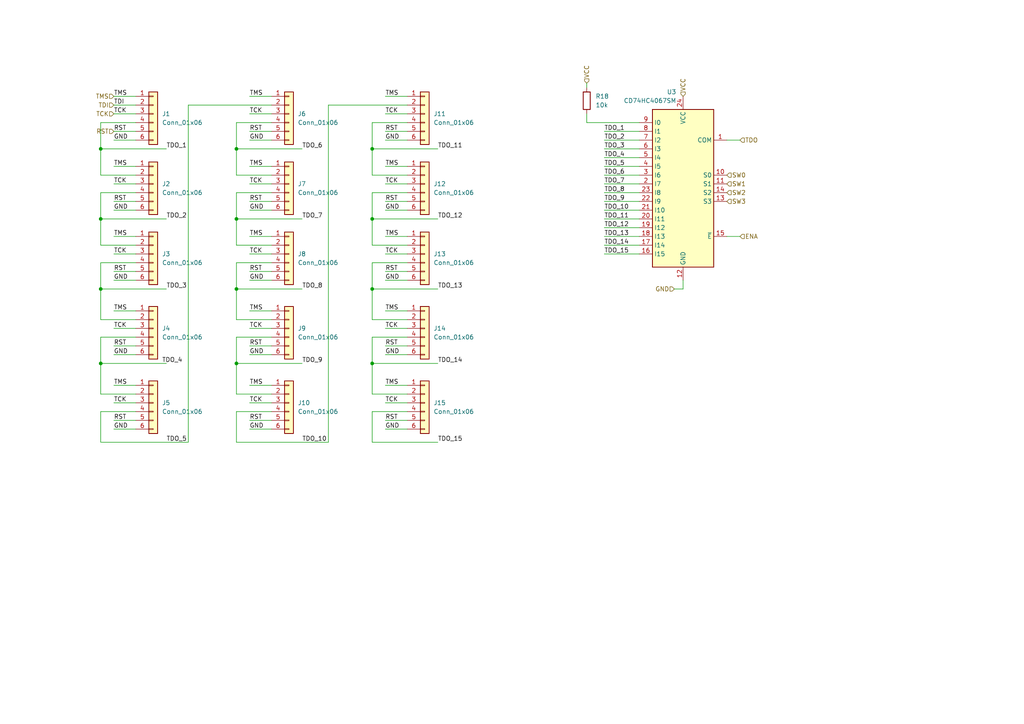
<source format=kicad_sch>
(kicad_sch (version 20230121) (generator eeschema)
  (paper "A4")
  (lib_symbols
    (symbol "74xx:CD74HC4067SM"
      (property "Reference" "U" (at -8.89 22.86 0))
      (property "Value" "CD74HC4067SM" (at 1.27 22.86 0))
      (symbol "CD74HC4067SM_0_1"
        (rectangle (start -8.89 21.59) (end 8.89 -24.13) (stroke (width 0.254)) (fill (type background)))
      )
      (symbol "CD74HC4067SM_1_1"
        (pin passive line (at -12.7 12.7 0) (length 3.81) (name "COM") (number "1"))
        (pin input line (at -12.7 2.54 0) (length 3.81) (name "S0") (number "10"))
        (pin input line (at -12.7 0 0) (length 3.81) (name "S1") (number "11"))
        (pin power_in line (at 0 -27.94 90) (length 3.81) (name "GND") (number "12"))
        (pin input line (at -12.7 -5.08 0) (length 3.81) (name "S3") (number "13"))
        (pin input line (at -12.7 -2.54 0) (length 3.81) (name "S2") (number "14"))
        (pin input line (at -12.7 -15.24 0) (length 3.81) (name "~{E}") (number "15"))
        (pin passive line (at 12.7 -20.32 180) (length 3.81) (name "I15") (number "16"))
        (pin passive line (at 12.7 -17.78 180) (length 3.81) (name "I14") (number "17"))
        (pin passive line (at 12.7 -15.24 180) (length 3.81) (name "I13") (number "18"))
        (pin passive line (at 12.7 -12.7 180) (length 3.81) (name "I12") (number "19"))
        (pin passive line (at 12.7 0 180) (length 3.81) (name "I7") (number "2"))
        (pin passive line (at 12.7 -10.16 180) (length 3.81) (name "I11") (number "20"))
        (pin passive line (at 12.7 -7.62 180) (length 3.81) (name "I10") (number "21"))
        (pin passive line (at 12.7 -5.08 180) (length 3.81) (name "I9") (number "22"))
        (pin passive line (at 12.7 -2.54 180) (length 3.81) (name "I8") (number "23"))
        (pin power_in line (at 0 25.4 270) (length 3.81) (name "VCC") (number "24"))
        (pin passive line (at 12.7 2.54 180) (length 3.81) (name "I6") (number "3"))
        (pin passive line (at 12.7 5.08 180) (length 3.81) (name "I5") (number "4"))
        (pin passive line (at 12.7 7.62 180) (length 3.81) (name "I4") (number "5"))
        (pin passive line (at 12.7 10.16 180) (length 3.81) (name "I3") (number "6"))
        (pin passive line (at 12.7 12.7 180) (length 3.81) (name "I2") (number "7"))
        (pin passive line (at 12.7 15.24 180) (length 3.81) (name "I1") (number "8"))
        (pin passive line (at 12.7 17.78 180) (length 3.81) (name "I0") (number "9"))
      )
    )
    (symbol "Connector_Generic:Conn_01x06" (pin_names (offset 1.016) hide)
      (property "Reference" "J" (at 0 7.62 0))
      (property "Value" "Conn_01x06" (at 0 -10.16 0))
      (symbol "Conn_01x06_1_1"
        (rectangle (start -1.27 -7.493) (end 0 -7.747) (stroke (width 0.1524)))
        (rectangle (start -1.27 -4.953) (end 0 -5.207) (stroke (width 0.1524)))
        (rectangle (start -1.27 -2.413) (end 0 -2.667) (stroke (width 0.1524)))
        (rectangle (start -1.27 0.127) (end 0 -0.127) (stroke (width 0.1524)))
        (rectangle (start -1.27 2.667) (end 0 2.413) (stroke (width 0.1524)))
        (rectangle (start -1.27 5.207) (end 0 4.953) (stroke (width 0.1524)))
        (rectangle (start -1.27 6.35) (end 1.27 -8.89) (stroke (width 0.254)) (fill (type background)))
        (pin passive line (at -5.08 5.08 0) (length 3.81) (name "Pin_1") (number "1"))
        (pin passive line (at -5.08 2.54 0) (length 3.81) (name "Pin_2") (number "2"))
        (pin passive line (at -5.08 0 0) (length 3.81) (name "Pin_3") (number "3"))
        (pin passive line (at -5.08 -2.54 0) (length 3.81) (name "Pin_4") (number "4"))
        (pin passive line (at -5.08 -5.08 0) (length 3.81) (name "Pin_5") (number "5"))
        (pin passive line (at -5.08 -7.62 0) (length 3.81) (name "Pin_6") (number "6"))
      )
    )
    (symbol "Device:R" (pin_numbers hide) (pin_names (offset 0))
      (property "Reference" "R" (at 2.032 0 90))
      (property "Value" "R" (at 0 0 90))
      (symbol "R_0_1"
        (rectangle (start -1.016 -2.54) (end 1.016 2.54) (stroke (width 0.254)))
      )
      (symbol "R_1_1"
        (pin passive line (at 0 3.81 270) (length 1.27) (name "~") (number "1"))
        (pin passive line (at 0 -3.81 90) (length 1.27) (name "~") (number "2"))
      )
    )
  )
  (junction (at 68.58 83.82))
  (junction (at 107.95 63.5))
  (junction (at 107.95 105.41))
  (junction (at 29.21 43.18))
  (junction (at 68.58 43.18))
  (junction (at 29.21 83.82))
  (junction (at 107.95 83.82))
  (junction (at 29.21 105.41))
  (junction (at 29.21 63.5))
  (junction (at 107.95 43.18))
  (junction (at 68.58 63.5))
  (junction (at 68.58 105.41))
  (wire (pts (xy 29.21 76.2) (xy 39.37 76.2)))
  (wire (pts (xy 72.39 68.58) (xy 78.74 68.58)))
  (wire (pts (xy 175.26 38.1) (xy 185.42 38.1)))
  (wire (pts (xy 72.39 58.42) (xy 78.74 58.42)))
  (wire (pts (xy 107.95 35.56) (xy 118.11 35.56)))
  (wire (pts (xy 107.95 55.88) (xy 118.11 55.88)))
  (wire (pts (xy 107.95 119.38) (xy 107.95 128.27)))
  (wire (pts (xy 68.58 43.18) (xy 87.63 43.18)))
  (wire (pts (xy 29.21 83.82) (xy 48.26 83.82)))
  (wire (pts (xy 29.21 50.8) (xy 39.37 50.8)))
  (wire (pts (xy 29.21 83.82) (xy 29.21 92.71)))
  (wire (pts (xy 210.82 40.64) (xy 214.63 40.64)))
  (wire (pts (xy 29.21 43.18) (xy 29.21 50.8)))
  (wire (pts (xy 68.58 76.2) (xy 78.74 76.2)))
  (wire (pts (xy 175.26 45.72) (xy 185.42 45.72)))
  (wire (pts (xy 33.02 73.66) (xy 39.37 73.66)))
  (wire (pts (xy 175.26 63.5) (xy 185.42 63.5)))
  (wire (pts (xy 111.76 90.17) (xy 118.11 90.17)))
  (wire (pts (xy 111.76 58.42) (xy 118.11 58.42)))
  (wire (pts (xy 33.02 53.34) (xy 39.37 53.34)))
  (wire (pts (xy 72.39 78.74) (xy 78.74 78.74)))
  (wire (pts (xy 107.95 119.38) (xy 118.11 119.38)))
  (wire (pts (xy 72.39 73.66) (xy 78.74 73.66)))
  (wire (pts (xy 29.21 97.79) (xy 39.37 97.79)))
  (wire (pts (xy 68.58 43.18) (xy 68.58 50.8)))
  (wire (pts (xy 72.39 33.02) (xy 78.74 33.02)))
  (wire (pts (xy 111.76 116.84) (xy 118.11 116.84)))
  (wire (pts (xy 33.02 100.33) (xy 39.37 100.33)))
  (wire (pts (xy 72.39 90.17) (xy 78.74 90.17)))
  (wire (pts (xy 68.58 114.3) (xy 78.74 114.3)))
  (wire (pts (xy 29.21 114.3) (xy 39.37 114.3)))
  (wire (pts (xy 68.58 83.82) (xy 87.63 83.82)))
  (wire (pts (xy 33.02 111.76) (xy 39.37 111.76)))
  (wire (pts (xy 68.58 92.71) (xy 78.74 92.71)))
  (wire (pts (xy 29.21 97.79) (xy 29.21 105.41)))
  (wire (pts (xy 68.58 105.41) (xy 68.58 114.3)))
  (wire (pts (xy 29.21 63.5) (xy 29.21 71.12)))
  (wire (pts (xy 107.95 35.56) (xy 107.95 43.18)))
  (wire (pts (xy 111.76 102.87) (xy 118.11 102.87)))
  (wire (pts (xy 68.58 119.38) (xy 68.58 128.27)))
  (wire (pts (xy 195.58 83.82) (xy 198.12 83.82)))
  (wire (pts (xy 68.58 63.5) (xy 87.63 63.5)))
  (wire (pts (xy 33.02 90.17) (xy 39.37 90.17)))
  (wire (pts (xy 72.39 102.87) (xy 78.74 102.87)))
  (wire (pts (xy 107.95 76.2) (xy 107.95 83.82)))
  (wire (pts (xy 33.02 60.96) (xy 39.37 60.96)))
  (wire (pts (xy 33.02 121.92) (xy 39.37 121.92)))
  (wire (pts (xy 72.39 48.26) (xy 78.74 48.26)))
  (wire (pts (xy 33.02 33.02) (xy 39.37 33.02)))
  (wire (pts (xy 68.58 83.82) (xy 68.58 92.71)))
  (wire (pts (xy 175.26 43.18) (xy 185.42 43.18)))
  (wire (pts (xy 175.26 48.26) (xy 185.42 48.26)))
  (wire (pts (xy 175.26 68.58) (xy 185.42 68.58)))
  (wire (pts (xy 107.95 114.3) (xy 118.11 114.3)))
  (wire (pts (xy 175.26 73.66) (xy 185.42 73.66)))
  (wire (pts (xy 107.95 83.82) (xy 107.95 92.71)))
  (wire (pts (xy 107.95 50.8) (xy 118.11 50.8)))
  (wire (pts (xy 68.58 119.38) (xy 78.74 119.38)))
  (wire (pts (xy 111.76 60.96) (xy 118.11 60.96)))
  (wire (pts (xy 33.02 116.84) (xy 39.37 116.84)))
  (wire (pts (xy 72.39 121.92) (xy 78.74 121.92)))
  (wire (pts (xy 107.95 63.5) (xy 127 63.5)))
  (wire (pts (xy 33.02 27.94) (xy 39.37 27.94)))
  (wire (pts (xy 54.61 30.48) (xy 78.74 30.48)))
  (wire (pts (xy 29.21 35.56) (xy 29.21 43.18)))
  (wire (pts (xy 33.02 30.48) (xy 39.37 30.48)))
  (wire (pts (xy 72.39 60.96) (xy 78.74 60.96)))
  (wire (pts (xy 68.58 105.41) (xy 87.63 105.41)))
  (wire (pts (xy 111.76 40.64) (xy 118.11 40.64)))
  (wire (pts (xy 68.58 55.88) (xy 68.58 63.5)))
  (wire (pts (xy 33.02 58.42) (xy 39.37 58.42)))
  (wire (pts (xy 29.21 119.38) (xy 39.37 119.38)))
  (wire (pts (xy 107.95 55.88) (xy 107.95 63.5)))
  (wire (pts (xy 107.95 128.27) (xy 127 128.27)))
  (wire (pts (xy 111.76 27.94) (xy 118.11 27.94)))
  (wire (pts (xy 33.02 38.1) (xy 39.37 38.1)))
  (wire (pts (xy 54.61 128.27) (xy 54.61 30.48)))
  (wire (pts (xy 72.39 124.46) (xy 78.74 124.46)))
  (wire (pts (xy 111.76 100.33) (xy 118.11 100.33)))
  (wire (pts (xy 72.39 38.1) (xy 78.74 38.1)))
  (wire (pts (xy 175.26 40.64) (xy 185.42 40.64)))
  (wire (pts (xy 107.95 97.79) (xy 118.11 97.79)))
  (wire (pts (xy 170.18 33.02) (xy 170.18 35.56)))
  (wire (pts (xy 33.02 40.64) (xy 39.37 40.64)))
  (wire (pts (xy 175.26 53.34) (xy 185.42 53.34)))
  (wire (pts (xy 107.95 105.41) (xy 107.95 114.3)))
  (wire (pts (xy 29.21 55.88) (xy 39.37 55.88)))
  (wire (pts (xy 72.39 81.28) (xy 78.74 81.28)))
  (wire (pts (xy 29.21 71.12) (xy 39.37 71.12)))
  (wire (pts (xy 107.95 76.2) (xy 118.11 76.2)))
  (wire (pts (xy 68.58 63.5) (xy 68.58 71.12)))
  (wire (pts (xy 68.58 76.2) (xy 68.58 83.82)))
  (wire (pts (xy 68.58 71.12) (xy 78.74 71.12)))
  (wire (pts (xy 29.21 55.88) (xy 29.21 63.5)))
  (wire (pts (xy 107.95 71.12) (xy 118.11 71.12)))
  (wire (pts (xy 72.39 111.76) (xy 78.74 111.76)))
  (wire (pts (xy 111.76 48.26) (xy 118.11 48.26)))
  (wire (pts (xy 111.76 38.1) (xy 118.11 38.1)))
  (wire (pts (xy 29.21 119.38) (xy 29.21 128.27)))
  (wire (pts (xy 175.26 55.88) (xy 185.42 55.88)))
  (wire (pts (xy 175.26 58.42) (xy 185.42 58.42)))
  (wire (pts (xy 29.21 35.56) (xy 39.37 35.56)))
  (wire (pts (xy 72.39 100.33) (xy 78.74 100.33)))
  (wire (pts (xy 33.02 68.58) (xy 39.37 68.58)))
  (wire (pts (xy 72.39 95.25) (xy 78.74 95.25)))
  (wire (pts (xy 29.21 128.27) (xy 54.61 128.27)))
  (wire (pts (xy 175.26 71.12) (xy 185.42 71.12)))
  (wire (pts (xy 111.76 111.76) (xy 118.11 111.76)))
  (wire (pts (xy 33.02 81.28) (xy 39.37 81.28)))
  (wire (pts (xy 111.76 124.46) (xy 118.11 124.46)))
  (wire (pts (xy 95.25 30.48) (xy 118.11 30.48)))
  (wire (pts (xy 107.95 105.41) (xy 127 105.41)))
  (wire (pts (xy 33.02 78.74) (xy 39.37 78.74)))
  (wire (pts (xy 175.26 66.04) (xy 185.42 66.04)))
  (wire (pts (xy 107.95 43.18) (xy 127 43.18)))
  (wire (pts (xy 198.12 83.82) (xy 198.12 81.28)))
  (wire (pts (xy 111.76 33.02) (xy 118.11 33.02)))
  (wire (pts (xy 107.95 63.5) (xy 107.95 71.12)))
  (wire (pts (xy 72.39 27.94) (xy 78.74 27.94)))
  (wire (pts (xy 170.18 35.56) (xy 185.42 35.56)))
  (wire (pts (xy 33.02 102.87) (xy 39.37 102.87)))
  (wire (pts (xy 175.26 60.96) (xy 185.42 60.96)))
  (wire (pts (xy 33.02 48.26) (xy 39.37 48.26)))
  (wire (pts (xy 111.76 68.58) (xy 118.11 68.58)))
  (wire (pts (xy 29.21 105.41) (xy 48.26 105.41)))
  (wire (pts (xy 33.02 95.25) (xy 39.37 95.25)))
  (wire (pts (xy 111.76 95.25) (xy 118.11 95.25)))
  (wire (pts (xy 68.58 50.8) (xy 78.74 50.8)))
  (wire (pts (xy 111.76 53.34) (xy 118.11 53.34)))
  (wire (pts (xy 68.58 97.79) (xy 68.58 105.41)))
  (wire (pts (xy 175.26 50.8) (xy 185.42 50.8)))
  (wire (pts (xy 33.02 124.46) (xy 39.37 124.46)))
  (wire (pts (xy 111.76 78.74) (xy 118.11 78.74)))
  (wire (pts (xy 68.58 55.88) (xy 78.74 55.88)))
  (wire (pts (xy 29.21 43.18) (xy 48.26 43.18)))
  (wire (pts (xy 72.39 116.84) (xy 78.74 116.84)))
  (wire (pts (xy 29.21 92.71) (xy 39.37 92.71)))
  (wire (pts (xy 68.58 128.27) (xy 95.25 128.27)))
  (wire (pts (xy 29.21 63.5) (xy 48.26 63.5)))
  (wire (pts (xy 107.95 92.71) (xy 118.11 92.71)))
  (wire (pts (xy 107.95 97.79) (xy 107.95 105.41)))
  (wire (pts (xy 68.58 97.79) (xy 78.74 97.79)))
  (wire (pts (xy 111.76 73.66) (xy 118.11 73.66)))
  (wire (pts (xy 68.58 35.56) (xy 78.74 35.56)))
  (wire (pts (xy 111.76 81.28) (xy 118.11 81.28)))
  (wire (pts (xy 72.39 40.64) (xy 78.74 40.64)))
  (wire (pts (xy 111.76 121.92) (xy 118.11 121.92)))
  (wire (pts (xy 170.18 24.13) (xy 170.18 25.4)))
  (wire (pts (xy 68.58 35.56) (xy 68.58 43.18)))
  (wire (pts (xy 210.82 68.58) (xy 214.63 68.58)))
  (wire (pts (xy 29.21 76.2) (xy 29.21 83.82)))
  (wire (pts (xy 72.39 53.34) (xy 78.74 53.34)))
  (wire (pts (xy 95.25 128.27) (xy 95.25 30.48)))
  (wire (pts (xy 29.21 105.41) (xy 29.21 114.3)))
  (wire (pts (xy 107.95 43.18) (xy 107.95 50.8)))
  (wire (pts (xy 107.95 83.82) (xy 127 83.82)))
  (label "GND" (at 72.39 40.64 0))
  (label "TDO_14" (at 127 105.41 0))
  (label "GND" (at 33.02 102.87 0))
  (label "TDO_7" (at 175.26 53.34 0))
  (label "GND" (at 72.39 81.28 0))
  (label "TDO_7" (at 87.63 63.5 0))
  (label "GND" (at 72.39 102.87 0))
  (label "TDO_4" (at 175.26 45.72 0))
  (label "TCK" (at 111.76 95.25 0))
  (label "TMS" (at 33.02 68.58 0))
  (label "TDO_15" (at 127 128.27 0))
  (label "TDO_4" (at 46.99 105.41 0))
  (label "TDO_11" (at 127 43.18 0))
  (label "TDO_3" (at 48.26 83.82 0))
  (label "TDO_5" (at 48.26 128.27 0))
  (label "TMS" (at 72.39 90.17 0))
  (label "TDO_13" (at 175.26 68.58 0))
  (label "RST" (at 72.39 78.74 0))
  (label "RST" (at 72.39 100.33 0))
  (label "TCK" (at 72.39 53.34 0))
  (label "TDO_8" (at 87.63 83.82 0))
  (label "TDO_12" (at 127 63.5 0))
  (label "TMS" (at 72.39 48.26 0))
  (label "TCK" (at 111.76 116.84 0))
  (label "GND" (at 72.39 60.96 0))
  (label "TMS" (at 33.02 111.76 0))
  (label "TMS" (at 111.76 48.26 0))
  (label "RST" (at 111.76 58.42 0))
  (label "TMS" (at 33.02 27.94 0))
  (label "TDO_12" (at 175.26 66.04 0))
  (label "RST" (at 72.39 38.1 0))
  (label "TMS" (at 111.76 90.17 0))
  (label "TDO_1" (at 48.26 43.18 0))
  (label "TCK" (at 33.02 33.02 0))
  (label "TDO_3" (at 175.26 43.18 0))
  (label "TDO_10" (at 175.26 60.96 0))
  (label "RST" (at 72.39 58.42 0))
  (label "GND" (at 111.76 102.87 0))
  (label "TDO_9" (at 175.26 58.42 0))
  (label "RST" (at 33.02 78.74 0))
  (label "TDI" (at 33.02 30.48 0))
  (label "TMS" (at 72.39 111.76 0))
  (label "RST" (at 33.02 58.42 0))
  (label "TDO_6" (at 87.63 43.18 0))
  (label "TCK" (at 33.02 73.66 0))
  (label "RST" (at 33.02 100.33 0))
  (label "TCK" (at 111.76 53.34 0))
  (label "TDO_9" (at 87.63 105.41 0))
  (label "RST" (at 111.76 100.33 0))
  (label "GND" (at 111.76 81.28 0))
  (label "RST" (at 111.76 121.92 0))
  (label "TMS" (at 111.76 27.94 0))
  (label "TDO_2" (at 48.26 63.5 0))
  (label "GND" (at 111.76 40.64 0))
  (label "TCK" (at 33.02 116.84 0))
  (label "RST" (at 33.02 38.1 0))
  (label "TMS" (at 72.39 68.58 0))
  (label "GND" (at 72.39 124.46 0))
  (label "RST" (at 111.76 78.74 0))
  (label "TMS" (at 72.39 27.94 0))
  (label "TDO_5" (at 175.26 48.26 0))
  (label "TMS" (at 33.02 90.17 0))
  (label "TDO_15" (at 175.26 73.66 0))
  (label "TCK" (at 33.02 95.25 0))
  (label "GND" (at 33.02 81.28 0))
  (label "TCK" (at 33.02 53.34 0))
  (label "TDO_11" (at 175.26 63.5 0))
  (label "TCK" (at 72.39 95.25 0))
  (label "TDO_6" (at 175.26 50.8 0))
  (label "TMS" (at 111.76 111.76 0))
  (label "RST" (at 111.76 38.1 0))
  (label "GND" (at 33.02 60.96 0))
  (label "TDO_2" (at 175.26 40.64 0))
  (label "TMS" (at 33.02 48.26 0))
  (label "GND" (at 111.76 60.96 0))
  (label "TMS" (at 111.76 68.58 0))
  (label "GND" (at 111.76 124.46 0))
  (label "TCK" (at 111.76 73.66 0))
  (label "RST" (at 33.02 121.92 0))
  (label "TDO_1" (at 175.26 38.1 0))
  (label "TDO_10" (at 87.63 128.27 0))
  (label "TDO_8" (at 175.26 55.88 0))
  (label "TDO_14" (at 175.26 71.12 0))
  (label "GND" (at 33.02 40.64 0))
  (label "GND" (at 33.02 124.46 0))
  (label "TCK" (at 111.76 33.02 0))
  (label "RST" (at 72.39 121.92 0))
  (label "TCK" (at 72.39 73.66 0))
  (label "TCK" (at 72.39 33.02 0))
  (label "TDO_13" (at 127 83.82 0))
  (label "TCK" (at 72.39 116.84 0))
  (hierarchical_label "TCK" (shape input) (at 33.02 33.02 180))
  (hierarchical_label "SW3" (shape input) (at 210.82 58.42 0))
  (hierarchical_label "SW2" (shape input) (at 210.82 55.88 0))
  (hierarchical_label "VCC" (shape input) (at 198.12 27.94 90))
  (hierarchical_label "SW0" (shape input) (at 210.82 50.8 0))
  (hierarchical_label "TDI" (shape input) (at 33.02 30.48 180))
  (hierarchical_label "TMS" (shape input) (at 33.02 27.94 180))
  (hierarchical_label "RST" (shape input) (at 33.02 38.1 180))
  (hierarchical_label "ENA" (shape input) (at 214.63 68.58 0))
  (hierarchical_label "SW1" (shape input) (at 210.82 53.34 0))
  (hierarchical_label "VCC" (shape input) (at 170.18 24.13 90))
  (hierarchical_label "TDO" (shape input) (at 214.63 40.64 0))
  (hierarchical_label "GND" (shape input) (at 195.58 83.82 180))
  (symbol (lib_id "74xx:CD74HC4067SM") (at 198.12 53.34 0) (mirror y) (unit 1)
    (property "Reference" "U3" (at 196.1641 26.67 0) (effects (justify left)))
    (property "Value" "CD74HC4067SM" (at 196.1641 29.21 0) (effects (justify left)))
    (property "Footprint" "Package_SO:SSOP-24_5.3x8.2mm_P0.65mm" (effects hide))
    (property "Datasheet" "http://www.ti.com/lit/ds/symlink/cd74hc4067.pdf" (effects hide))
  )
  (symbol (lib_id "Connector_Generic:Conn_01x06") (at 83.82 53.34 0) (unit 1)
    (property "Reference" "J7" (at 86.36 53.34 0) (effects (justify left)))
    (property "Value" "Conn_01x06" (at 86.36 55.88 0) (effects (justify left)))
    (property "Footprint" "Connector_IDC:IDC-Header_2x03_P2.54mm_Vertical" (effects hide))
  )
  (symbol (lib_id "Connector_Generic:Conn_01x06") (at 123.19 73.66 0) (unit 1)
    (property "Reference" "J13" (at 125.73 73.66 0) (effects (justify left)))
    (property "Value" "Conn_01x06" (at 125.73 76.2 0) (effects (justify left)))
    (property "Footprint" "Connector_IDC:IDC-Header_2x03_P2.54mm_Vertical" (effects hide))
  )
  (symbol (lib_id "Device:R") (at 170.18 29.21 0) (unit 1)
    (property "Reference" "R18" (at 172.72 27.94 0) (effects (justify left)))
    (property "Value" "10k" (at 172.72 30.48 0) (effects (justify left)))
    (property "Footprint" "Resistor_SMD:R_0805_2012Metric" (effects hide))
  )
  (symbol (lib_id "Connector_Generic:Conn_01x06") (at 44.45 53.34 0) (unit 1)
    (property "Reference" "J2" (at 46.99 53.34 0) (effects (justify left)))
    (property "Value" "Conn_01x06" (at 46.99 55.88 0) (effects (justify left)))
    (property "Footprint" "Connector_IDC:IDC-Header_2x03_P2.54mm_Vertical" (effects hide))
  )
  (symbol (lib_id "Connector_Generic:Conn_01x06") (at 83.82 95.25 0) (unit 1)
    (property "Reference" "J9" (at 86.36 95.25 0) (effects (justify left)))
    (property "Value" "Conn_01x06" (at 86.36 97.79 0) (effects (justify left)))
    (property "Footprint" "Connector_IDC:IDC-Header_2x03_P2.54mm_Vertical" (effects hide))
  )
  (symbol (lib_id "Connector_Generic:Conn_01x06") (at 44.45 116.84 0) (unit 1)
    (property "Reference" "J5" (at 46.99 116.84 0) (effects (justify left)))
    (property "Value" "Conn_01x06" (at 46.99 119.38 0) (effects (justify left)))
    (property "Footprint" "Connector_IDC:IDC-Header_2x03_P2.54mm_Vertical" (effects hide))
  )
  (symbol (lib_id "Connector_Generic:Conn_01x06") (at 123.19 95.25 0) (unit 1)
    (property "Reference" "J14" (at 125.73 95.25 0) (effects (justify left)))
    (property "Value" "Conn_01x06" (at 125.73 97.79 0) (effects (justify left)))
    (property "Footprint" "Connector_IDC:IDC-Header_2x03_P2.54mm_Vertical" (effects hide))
  )
  (symbol (lib_id "Connector_Generic:Conn_01x06") (at 83.82 116.84 0) (unit 1)
    (property "Reference" "J10" (at 86.36 116.84 0) (effects (justify left)))
    (property "Value" "Conn_01x06" (at 86.36 119.38 0) (effects (justify left)))
    (property "Footprint" "Connector_IDC:IDC-Header_2x03_P2.54mm_Vertical" (effects hide))
  )
  (symbol (lib_id "Connector_Generic:Conn_01x06") (at 123.19 53.34 0) (unit 1)
    (property "Reference" "J12" (at 125.73 53.34 0) (effects (justify left)))
    (property "Value" "Conn_01x06" (at 125.73 55.88 0) (effects (justify left)))
    (property "Footprint" "Connector_IDC:IDC-Header_2x03_P2.54mm_Vertical" (effects hide))
  )
  (symbol (lib_id "Connector_Generic:Conn_01x06") (at 83.82 33.02 0) (unit 1)
    (property "Reference" "J6" (at 86.36 33.02 0) (effects (justify left)))
    (property "Value" "Conn_01x06" (at 86.36 35.56 0) (effects (justify left)))
    (property "Footprint" "Connector_IDC:IDC-Header_2x03_P2.54mm_Vertical" (effects hide))
  )
  (symbol (lib_id "Connector_Generic:Conn_01x06") (at 123.19 33.02 0) (unit 1)
    (property "Reference" "J11" (at 125.73 33.02 0) (effects (justify left)))
    (property "Value" "Conn_01x06" (at 125.73 35.56 0) (effects (justify left)))
    (property "Footprint" "Connector_IDC:IDC-Header_2x03_P2.54mm_Vertical" (effects hide))
  )
  (symbol (lib_id "Connector_Generic:Conn_01x06") (at 83.82 73.66 0) (unit 1)
    (property "Reference" "J8" (at 86.36 73.66 0) (effects (justify left)))
    (property "Value" "Conn_01x06" (at 86.36 76.2 0) (effects (justify left)))
    (property "Footprint" "Connector_IDC:IDC-Header_2x03_P2.54mm_Vertical" (effects hide))
  )
  (symbol (lib_id "Connector_Generic:Conn_01x06") (at 123.19 116.84 0) (unit 1)
    (property "Reference" "J15" (at 125.73 116.84 0) (effects (justify left)))
    (property "Value" "Conn_01x06" (at 125.73 119.38 0) (effects (justify left)))
    (property "Footprint" "Connector_IDC:IDC-Header_2x03_P2.54mm_Vertical" (effects hide))
  )
  (symbol (lib_id "Connector_Generic:Conn_01x06") (at 44.45 95.25 0) (unit 1)
    (property "Reference" "J4" (at 46.99 95.25 0) (effects (justify left)))
    (property "Value" "Conn_01x06" (at 46.99 97.79 0) (effects (justify left)))
    (property "Footprint" "Connector_IDC:IDC-Header_2x03_P2.54mm_Vertical" (effects hide))
  )
  (symbol (lib_id "Connector_Generic:Conn_01x06") (at 44.45 33.02 0) (unit 1)
    (property "Reference" "J1" (at 46.99 33.02 0) (effects (justify left)))
    (property "Value" "Conn_01x06" (at 46.99 35.56 0) (effects (justify left)))
    (property "Footprint" "Connector_IDC:IDC-Header_2x03_P2.54mm_Vertical" (effects hide))
  )
  (symbol (lib_id "Connector_Generic:Conn_01x06") (at 44.45 73.66 0) (unit 1)
    (property "Reference" "J3" (at 46.99 73.66 0) (effects (justify left)))
    (property "Value" "Conn_01x06" (at 46.99 76.2 0) (effects (justify left)))
    (property "Footprint" "Connector_IDC:IDC-Header_2x03_P2.54mm_Vertical" (effects hide))
  )
)
</source>
